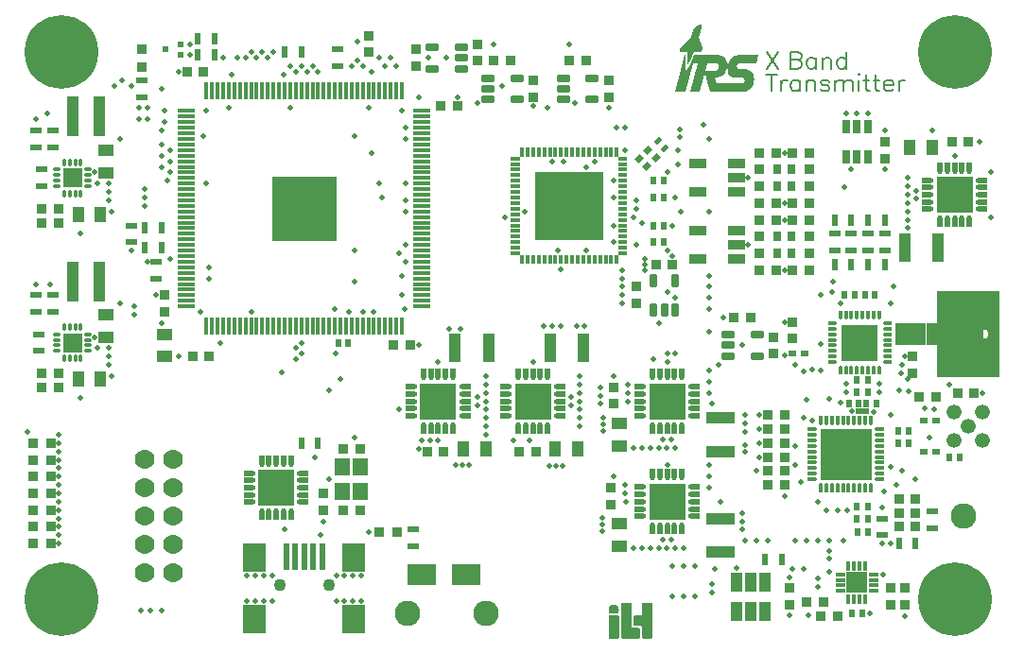
<source format=gts>
%FSLAX46Y46*%
%MOMM*%
%ADD13C,0.200000*%
%AMPS21*
1,1,1.326200,0.000000,0.000000*
%
%ADD21PS21*%
%AMPS25*
1,1,2.276200,0.000000,0.000000*
%
%ADD25PS25*%
%AMPS103*
1,1,1.776200,0.000000,0.000000*
%
%ADD103PS103*%
%AMPS101*
1,1,1.776200,0.000000,0.000000*
%
%ADD101PS101*%
%AMPS14*
1,1,2.276200,0.000000,0.000000*
%
%ADD14PS14*%
%AMPS102*
1,1,1.776200,0.000000,0.000000*
%
%ADD102PS102*%
%AMPS22*
1,1,1.326200,0.000000,0.000000*
%
%ADD22PS22*%
%AMPS99*
1,1,1.776200,0.000000,0.000000*
%
%ADD99PS99*%
%AMPS20*
1,1,1.326200,0.000000,0.000000*
%
%ADD20PS20*%
%AMPS100*
1,1,1.776200,0.000000,0.000000*
%
%ADD100PS100*%
%AMPS84*
21,1,1.476200,1.276200,0.000000,0.000000,270.000000*
%
%ADD84PS84*%
%AMPS31*
21,1,1.076200,2.576200,0.000000,0.000000,0.000000*
%
%ADD31PS31*%
%AMPS73*
21,1,1.076200,2.576200,0.000000,0.000000,180.000000*
%
%ADD73PS73*%
%AMPS67*
21,1,1.076200,2.576200,0.000000,0.000000,270.000000*
%
%ADD67PS67*%
%AMPS47*
21,1,1.056200,3.476200,0.000000,0.000000,0.000000*
%
%ADD47PS47*%
%AMPS69*
21,1,2.576200,1.876200,0.000000,0.000000,180.000000*
%
%ADD69PS69*%
%AMPS83*
21,1,0.586200,0.476200,0.000000,0.000000,180.000000*
%
%ADD83PS83*%
%AMPS72*
21,1,0.966200,1.676200,0.000000,0.000000,0.000000*
%
%ADD72PS72*%
%AMPS71*
21,1,0.966200,1.676200,0.000000,0.000000,180.000000*
%
%ADD71PS71*%
%AMPS86*
21,1,0.326200,1.526200,0.000000,0.000000,0.000000*
%
%ADD86PS86*%
%AMPS87*
21,1,0.326200,1.526200,0.000000,0.000000,90.000000*
%
%ADD87PS87*%
%AMPS89*
21,1,0.326200,1.526200,0.000000,0.000000,180.000000*
%
%ADD89PS89*%
%AMPS88*
21,1,0.326200,1.526200,0.000000,0.000000,270.000000*
%
%ADD88PS88*%
%AMPS74*
21,1,0.701200,0.926200,0.000000,0.000000,0.000000*
%
%ADD74PS74*%
%AMPS85*
21,1,0.701200,0.926200,0.000000,0.000000,180.000000*
%
%ADD85PS85*%
%AMPS95*
21,1,0.356200,0.762200,0.000000,0.000000,0.000000*
%
%ADD95PS95*%
%AMPS92*
21,1,0.356200,0.762200,0.000000,0.000000,90.000000*
%
%ADD92PS92*%
%AMPS94*
21,1,0.356200,0.762200,0.000000,0.000000,180.000000*
%
%ADD94PS94*%
%AMPS93*
21,1,0.356200,0.762200,0.000000,0.000000,270.000000*
%
%ADD93PS93*%
%AMPS65*
21,1,0.436200,0.786200,0.000000,0.000000,270.000000*
%
%ADD65PS65*%
%AMPS91*
21,1,0.676200,0.576200,0.000000,0.000000,45.000000*
%
%ADD91PS91*%
%AMPS56*
21,1,0.676200,0.576200,0.000000,0.000000,90.000000*
%
%ADD56PS56*%
%AMPS68*
21,1,0.676200,0.576200,0.000000,0.000000,180.000000*
%
%ADD68PS68*%
%AMPS82*
21,1,0.676200,0.576200,0.000000,0.000000,225.000000*
%
%ADD82PS82*%
%AMPS78*
21,1,0.676200,0.576200,0.000000,0.000000,270.000000*
%
%ADD78PS78*%
%AMPS32*
21,1,0.576200,0.976200,0.000000,0.000000,0.000000*
%
%ADD32PS32*%
%AMPS24*
21,1,0.576200,0.976200,0.000000,0.000000,90.000000*
%
%ADD24PS24*%
%AMPS23*
21,1,0.576200,0.976200,0.000000,0.000000,180.000000*
%
%ADD23PS23*%
%AMPS30*
21,1,0.576200,0.976200,0.000000,0.000000,270.000000*
%
%ADD30PS30*%
%AMPS81*
21,1,2.376200,0.576200,0.000000,0.000000,90.000000*
%
%ADD81PS81*%
%AMPS62*
21,1,0.436200,1.076200,0.000000,0.000000,270.000000*
%
%ADD62PS62*%
%AMPS52*
21,1,1.826200,1.826200,0.000000,0.000000,90.000000*
%
%ADD52PS52*%
%AMPS26*
21,1,0.876200,0.826200,0.000000,0.000000,0.000000*
%
%ADD26PS26*%
%AMPS40*
21,1,0.876200,0.826200,0.000000,0.000000,90.000000*
%
%ADD40PS40*%
%AMPS33*
21,1,0.876200,0.826200,0.000000,0.000000,180.000000*
%
%ADD33PS33*%
%AMPS39*
21,1,0.876200,0.826200,0.000000,0.000000,270.000000*
%
%ADD39PS39*%
%AMPS63*
21,1,0.436200,1.141200,0.000000,0.000000,270.000000*
%
%ADD63PS63*%
%AMPS64*
21,1,1.856200,0.486200,0.000000,0.000000,270.000000*
%
%ADD64PS64*%
%AMPS76*
21,1,0.676200,1.176200,0.000000,0.000000,0.000000*
%
%ADD76PS76*%
%AMPS75*
21,1,0.676200,1.176200,0.000000,0.000000,180.000000*
%
%ADD75PS75*%
%AMPS34*
21,1,1.076200,1.326200,0.000000,0.000000,0.000000*
%
%ADD34PS34*%
%AMPS98*
21,1,1.076200,1.326200,0.000000,0.000000,180.000000*
%
%ADD98PS98*%
%AMPS46*
21,1,1.076200,1.326200,0.000000,0.000000,270.000000*
%
%ADD46PS46*%
%AMPS27*
21,1,0.876200,0.876200,0.000000,0.000000,0.000000*
%
%ADD27PS27*%
%AMPS53*
21,1,0.876200,0.876200,0.000000,0.000000,180.000000*
%
%ADD53PS53*%
%AMPS70*
21,1,0.876200,0.876200,0.000000,0.000000,270.000000*
%
%ADD70PS70*%
%AMPS80*
21,1,2.576200,2.076200,0.000000,0.000000,90.000000*
%
%ADD80PS80*%
%AMPS35*
21,1,0.836200,1.476200,0.000000,0.000000,90.000000*
%
%ADD35PS35*%
%AMPS36*
21,1,0.836200,1.476200,0.000000,0.000000,270.000000*
%
%ADD36PS36*%
%AMPS29*
21,1,0.476200,0.676200,0.000000,0.000000,0.000000*
%
%ADD29PS29*%
%AMPS97*
21,1,0.476200,0.676200,0.000000,0.000000,135.000000*
%
%ADD97PS97*%
%AMPS28*
21,1,0.476200,0.676200,0.000000,0.000000,180.000000*
%
%ADD28PS28*%
%AMPS113*
1,1,0.480000,0.000000,0.000000*
%
%ADD113PS113*%
%AMPS121*
1,1,0.434000,0.000000,0.000000*
%
%ADD121PS121*%
%AMPS117*
1,1,0.434000,0.000000,0.000000*
%
%ADD117PS117*%
%AMPS112*
1,1,0.480000,0.000000,0.000000*
%
%ADD112PS112*%
%AMPS119*
1,1,0.434000,0.000000,0.000000*
%
%ADD119PS119*%
%AMPS118*
1,1,0.440000,0.000000,0.000000*
%
%ADD118PS118*%
%AMPS109*
1,1,0.434000,0.000000,0.000000*
%
%ADD109PS109*%
%AMPS114*
1,1,0.480000,0.000000,0.000000*
%
%ADD114PS114*%
%AMPS116*
1,1,0.434000,0.000000,0.000000*
%
%ADD116PS116*%
%AMPS110*
1,1,0.480000,0.000000,0.000000*
%
%ADD110PS110*%
%AMPS115*
1,1,0.480000,0.000000,0.000000*
%
%ADD115PS115*%
%AMPS120*
1,1,0.434000,0.000000,0.000000*
%
%ADD120PS120*%
%AMPS111*
1,1,0.480000,0.000000,0.000000*
%
%ADD111PS111*%
%AMPS61*
21,1,4.576200,4.576200,0.000000,0.000000,90.000000*
%
%ADD61PS61*%
%AMPS79*
1,1,1.100000,0.000000,0.000000*
%
%ADD79PS79*%
%AMPS45*
1,1,0.176200,0.800000,0.800000*
1,1,0.176200,-0.800000,-0.800000*
1,1,0.176200,0.800000,-0.800000*
1,1,0.176200,-0.800000,0.800000*
21,1,1.776200,1.600000,0.000000,0.000000,270.000000*
21,1,1.600000,1.776200,0.000000,0.000000,270.000000*
%
%ADD45PS45*%
%AMPS43*
1,1,0.176200,-0.075000,0.250000*
1,1,0.176200,0.075000,-0.250000*
1,1,0.176200,0.075000,0.250000*
1,1,0.176200,-0.075000,-0.250000*
21,1,0.326200,0.500000,0.000000,0.000000,0.000000*
21,1,0.150000,0.676200,0.000000,0.000000,0.000000*
%
%ADD43PS43*%
%AMPS42*
1,1,0.176200,-0.250000,-0.075000*
1,1,0.176200,0.250000,0.075000*
1,1,0.176200,-0.250000,0.075000*
1,1,0.176200,0.250000,-0.075000*
21,1,0.326200,0.500000,0.000000,0.000000,90.000000*
21,1,0.150000,0.676200,0.000000,0.000000,90.000000*
%
%ADD42PS42*%
%AMPS41*
1,1,0.176200,0.075000,-0.250000*
1,1,0.176200,-0.075000,0.250000*
1,1,0.176200,-0.075000,-0.250000*
1,1,0.176200,0.075000,0.250000*
21,1,0.326200,0.500000,0.000000,0.000000,180.000000*
21,1,0.150000,0.676200,0.000000,0.000000,180.000000*
%
%ADD41PS41*%
%AMPS44*
1,1,0.176200,0.250000,0.075000*
1,1,0.176200,-0.250000,-0.075000*
1,1,0.176200,0.250000,-0.075000*
1,1,0.176200,-0.250000,0.075000*
21,1,0.326200,0.500000,0.000000,0.000000,270.000000*
21,1,0.150000,0.676200,0.000000,0.000000,270.000000*
%
%ADD44PS44*%
%AMPS55*
1,1,0.176200,-0.250000,0.500000*
1,1,0.176200,0.250000,-0.500000*
1,1,0.176200,0.250000,0.500000*
1,1,0.176200,-0.250000,-0.500000*
21,1,0.676200,1.000000,0.000000,0.000000,0.000000*
21,1,0.500000,1.176200,0.000000,0.000000,0.000000*
%
%ADD55PS55*%
%AMPS38*
1,1,0.176200,-0.500000,-0.250000*
1,1,0.176200,0.500000,0.250000*
1,1,0.176200,-0.500000,0.250000*
1,1,0.176200,0.500000,-0.250000*
21,1,0.676200,1.000000,0.000000,0.000000,90.000000*
21,1,0.500000,1.176200,0.000000,0.000000,90.000000*
%
%ADD38PS38*%
%AMPS54*
1,1,0.176200,0.250000,-0.500000*
1,1,0.176200,-0.250000,0.500000*
1,1,0.176200,-0.250000,-0.500000*
1,1,0.176200,0.250000,0.500000*
21,1,0.676200,1.000000,0.000000,0.000000,180.000000*
21,1,0.500000,1.176200,0.000000,0.000000,180.000000*
%
%ADD54PS54*%
%AMPS37*
1,1,0.176200,0.500000,0.250000*
1,1,0.176200,-0.500000,-0.250000*
1,1,0.176200,0.500000,-0.250000*
1,1,0.176200,-0.500000,0.250000*
21,1,0.676200,1.000000,0.000000,0.000000,270.000000*
21,1,0.500000,1.176200,0.000000,0.000000,270.000000*
%
%ADD37PS37*%
%AMPS12*
1,1,6.600000,0.000000,0.000000*
%
%ADD12PS12*%
%AMPS10*
1,1,6.600000,0.000000,0.000000*
%
%ADD10PS10*%
%AMPS11*
1,1,6.600000,0.000000,0.000000*
%
%ADD11PS11*%
%AMPS90*
21,1,5.776200,5.776200,0.000000,0.000000,90.000000*
%
%ADD90PS90*%
%AMPS108*
21,1,3.300000,3.300000,0.000000,0.000000,180.000000*
%
%ADD108PS108*%
%AMPS96*
21,1,6.076200,6.076200,0.000000,0.000000,270.000000*
%
%ADD96PS96*%
%AMPS104*
1,1,0.356200,0.000000,0.210000*
21,1,0.356200,0.598100,0.000000,-0.089050,0.000000*
%
%ADD104PS104*%
%AMPS106*
1,1,0.356200,-0.210000,0.000000*
21,1,0.356200,0.598100,0.000000,-0.089050,90.000000*
%
%ADD106PS106*%
%AMPS105*
1,1,0.356200,0.000000,-0.210000*
21,1,0.356200,0.598100,0.000000,-0.089050,180.000000*
%
%ADD105PS105*%
%AMPS107*
1,1,0.356200,0.210000,0.000000*
21,1,0.356200,0.598100,0.000000,-0.089050,270.000000*
%
%ADD107PS107*%
%AMPS48*
1,1,0.376200,0.000000,0.250000*
21,1,0.376200,0.688100,0.000000,-0.094050,0.000000*
%
%ADD48PS48*%
%AMPS51*
1,1,0.376200,-0.250000,0.000000*
21,1,0.376200,0.688100,0.000000,-0.094050,90.000000*
%
%ADD51PS51*%
%AMPS50*
1,1,0.376200,0.000000,-0.250000*
21,1,0.376200,0.688100,0.000000,-0.094050,180.000000*
%
%ADD50PS50*%
%AMPS49*
1,1,0.376200,0.250000,0.000000*
21,1,0.376200,0.688100,0.000000,-0.094050,270.000000*
%
%ADD49PS49*%
%AMPS17*
1,1,0.426200,0.000000,0.325000*
21,1,0.426200,0.863100,0.000000,-0.106550,0.000000*
%
%ADD17PS17*%
%AMPS18*
1,1,0.426200,-0.325000,0.000000*
21,1,0.426200,0.863100,0.000000,-0.106550,90.000000*
%
%ADD18PS18*%
%AMPS16*
1,1,0.426200,0.000000,-0.325000*
21,1,0.426200,0.863100,0.000000,-0.106550,180.000000*
%
%ADD16PS16*%
%AMPS15*
1,1,0.426200,0.325000,0.000000*
21,1,0.426200,0.863100,0.000000,-0.106550,270.000000*
%
%ADD15PS15*%
%AMPS57*
1,1,0.356200,0.000000,0.285000*
21,1,0.356200,0.748100,0.000000,-0.089050,0.000000*
%
%ADD57PS57*%
%AMPS58*
1,1,0.356200,-0.285000,0.000000*
21,1,0.356200,0.748100,0.000000,-0.089050,90.000000*
%
%ADD58PS58*%
%AMPS59*
1,1,0.356200,0.000000,-0.285000*
21,1,0.356200,0.748100,0.000000,-0.089050,180.000000*
%
%ADD59PS59*%
%AMPS60*
1,1,0.356200,0.285000,0.000000*
21,1,0.356200,0.748100,0.000000,-0.089050,270.000000*
%
%ADD60PS60*%
%AMPS19*
21,1,3.226200,3.226200,0.000000,0.000000,90.000000*
%
%ADD19PS19*%
%AMPS77*
21,1,3.226200,3.226200,0.000000,0.000000,180.000000*
%
%ADD77PS77*%
%AMPS66*
21,1,3.226200,3.226200,0.000000,0.000000,270.000000*
%
%ADD66PS66*%
G01*
%LPD*%
G36*
X52157925Y532815D02*
X52134016Y568443D01*
X52125110Y612510D01*
X52125110Y3575301D01*
X52134016Y3618899D01*
X52157925Y3654996D01*
X52193554Y3678905D01*
X52237620Y3687812D01*
X52950190Y3687812D01*
X52994257Y3678905D01*
X53029886Y3654996D01*
X53053795Y3618899D01*
X53062701Y3575301D01*
X53062701Y1550102D01*
X53071609Y1506036D01*
X53095518Y1470407D01*
X53131146Y1446498D01*
X53175213Y1437591D01*
X53700264Y1437591D01*
X53744331Y1428684D01*
X53779959Y1404775D01*
X53803868Y1368678D01*
X53812775Y1325080D01*
X53812775Y612510D01*
X53803868Y568443D01*
X53779959Y532815D01*
X53744331Y508906D01*
X53700264Y500000D01*
X52237620Y500000D01*
X52193554Y508906D01*
X52157925Y532815D01*
D02*
G37*
%LPD*%
G36*
X62370000Y50749000D02*
X62172000Y50778000D01*
X62000000Y50841000D01*
X61896000Y50915000D01*
X61804000Y51014000D01*
X61745000Y51114000D01*
X61704000Y51235000D01*
X61669000Y51439000D01*
X61674000Y51700000D01*
X61713000Y51906000D01*
X61782000Y52120000D01*
X61871000Y52283000D01*
X61978000Y52431000D01*
X62169000Y52596000D01*
X62328000Y52675000D01*
X62491000Y52724000D01*
X62675000Y52744000D01*
X63527000Y52744000D01*
X64380000Y52744000D01*
X64310000Y52389000D01*
X64241000Y52034000D01*
X63574000Y52034000D01*
X62907000Y52034000D01*
X62780000Y52033000D01*
X62668000Y52018000D01*
X62592000Y51977000D01*
X62538000Y51918000D01*
X62504000Y51847000D01*
X62493000Y51757000D01*
X62517000Y51631000D01*
X62572000Y51556000D01*
X62643000Y51516000D01*
X62756000Y51496000D01*
X62986000Y51489000D01*
X63215000Y51482000D01*
X63360000Y51472000D01*
X63516000Y51438000D01*
X63671000Y51375000D01*
X63810000Y51273000D01*
X63902000Y51165000D01*
X63976000Y51024000D01*
X64029000Y50837000D01*
X64049000Y50591000D01*
X64034000Y50379000D01*
X63988000Y50191000D01*
X63915000Y50017000D01*
X63819000Y49872000D01*
X63707000Y49749000D01*
X63585000Y49647000D01*
X63306000Y49509000D01*
X63000000Y49465000D01*
X61553000Y49465000D01*
X60105000Y49465000D01*
X59879000Y50322000D01*
X59653000Y51180000D01*
X59673000Y51251000D01*
X59693000Y51323000D01*
X60020000Y51323000D01*
X60348000Y51323000D01*
X60571000Y51341000D01*
X60688000Y51384000D01*
X60734000Y51424000D01*
X60783000Y51497000D01*
X60823000Y51592000D01*
X60850000Y51691000D01*
X60863000Y51780000D01*
X60861000Y51860000D01*
X60837000Y51933000D01*
X60798000Y51982000D01*
X60752000Y52015000D01*
X60671000Y52034000D01*
X60254000Y52034000D01*
X59836000Y52034000D01*
X59498000Y50750000D01*
X59159000Y49465000D01*
X58303000Y49465000D01*
X58637000Y50750000D01*
X58972000Y52034000D01*
X58780000Y52034000D01*
X58588000Y52034000D01*
X58250000Y50750000D01*
X57911000Y49465000D01*
X56973000Y49465000D01*
X57409000Y51105000D01*
X57846000Y52744000D01*
X57870000Y52744000D01*
X57895000Y52744000D01*
X57895000Y51949000D01*
X57895000Y51153000D01*
X58290000Y51949000D01*
X58686000Y52744000D01*
X59763000Y52744000D01*
X60841000Y52744000D01*
X61123000Y52710000D01*
X61354000Y52601000D01*
X61470000Y52490000D01*
X61563000Y52311000D01*
X61615000Y52105000D01*
X61623000Y51897000D01*
X61597000Y51640000D01*
X61544000Y51414000D01*
X61449000Y51201000D01*
X61351000Y51058000D01*
X61202000Y50921000D01*
X61037000Y50823000D01*
X60706000Y50711000D01*
X60546000Y50680000D01*
X60611000Y50456000D01*
X60676000Y50232000D01*
X61797000Y50232000D01*
X62917000Y50232000D01*
X62989000Y50233000D01*
X63068000Y50248000D01*
X63116000Y50279000D01*
X63156000Y50325000D01*
X63182000Y50401000D01*
X63190000Y50493000D01*
X63181000Y50564000D01*
X63154000Y50637000D01*
X63094000Y50697000D01*
X63031000Y50722000D01*
X62969000Y50734000D01*
X62883000Y50741000D01*
X62711000Y50741000D01*
X62370000Y50749000D01*
D02*
G37*
%LPD*%
G36*
X59430000Y53480000D02*
X59271000Y53901000D01*
X59112000Y54322000D01*
X59234000Y54831000D01*
X59304000Y55229000D01*
X59315000Y55401000D01*
X59300000Y55531000D01*
X59161000Y55495000D01*
X59014000Y55433000D01*
X58828000Y55306000D01*
X58679000Y55139000D01*
X58509000Y54744000D01*
X58376000Y54322000D01*
X57960000Y53930000D01*
X57543000Y53538000D01*
X57468000Y53443000D01*
X57414000Y53314000D01*
X57378000Y53192000D01*
X57354000Y53116000D01*
X57356000Y53078000D01*
X57387000Y53056000D01*
X57735000Y53056000D01*
X58082000Y53056000D01*
X58082000Y52467000D01*
X58082000Y51879000D01*
X58372000Y52468000D01*
X58662000Y53056000D01*
X59005000Y53056000D01*
X59348000Y53056000D01*
X59389000Y53268000D01*
X59430000Y53480000D01*
D02*
G37*
%LPD*%
G36*
X51904775Y532815D02*
X51869147Y508906D01*
X51825080Y500000D01*
X51112510Y500000D01*
X51068443Y508906D01*
X51032815Y532815D01*
X51008906Y568443D01*
X51000000Y612510D01*
X51000000Y2450190D01*
X51008906Y2493788D01*
X51032815Y2529886D01*
X51068443Y2553795D01*
X51112510Y2562701D01*
X51290653Y2562701D01*
X51468795Y2562701D01*
X51646938Y2562701D01*
X51825080Y2562701D01*
X51869147Y2553795D01*
X51904775Y2529886D01*
X51928684Y2493788D01*
X51937591Y2450190D01*
X51937591Y612510D01*
X51928684Y568443D01*
X51904775Y532815D01*
D02*
G37*
%LPD*%
G36*
X80500000Y26750000D02*
X79500000Y26750000D01*
X79500000Y28750000D01*
X80500000Y28750000D01*
X80500000Y26750000D01*
D02*
G37*
%LPD*%
G36*
X51645063Y3516233D02*
X51558335Y3542016D01*
X51468795Y3550455D01*
X51379255Y3542016D01*
X51292528Y3516233D01*
X51210957Y3473104D01*
X51137356Y3413098D01*
X51077351Y3339496D01*
X51034221Y3257926D01*
X51008437Y3171199D01*
X51000000Y3081658D01*
X51008437Y2992119D01*
X51034221Y2905392D01*
X51077351Y2823821D01*
X51137356Y2750220D01*
X51800234Y2750220D01*
X51860239Y2823821D01*
X51903369Y2905392D01*
X51929153Y2992119D01*
X51937591Y3081658D01*
X51929153Y3171199D01*
X51903369Y3257926D01*
X51860239Y3339496D01*
X51800234Y3413098D01*
X51726633Y3473104D01*
X51645063Y3516233D01*
D02*
G37*
%LPD*%
G36*
X74325000Y20575000D02*
X73175000Y20575000D01*
X73175000Y21100000D01*
X74325000Y21100000D01*
X74325000Y20575000D01*
D02*
G37*
%LPD*%
G36*
X54928978Y568443D02*
X54937886Y612510D01*
X54937886Y3575301D01*
X54928978Y3618899D01*
X54905070Y3654996D01*
X54869441Y3678905D01*
X54825374Y3687812D01*
X54112804Y3687812D01*
X54068738Y3678905D01*
X54033109Y3654996D01*
X54009201Y3618899D01*
X54000293Y3575301D01*
X54000293Y2675213D01*
X53991386Y2631146D01*
X53967478Y2595518D01*
X53931849Y2571609D01*
X53887783Y2562701D01*
X53362731Y2562701D01*
X53318664Y2553795D01*
X53283036Y2529886D01*
X53259127Y2493788D01*
X53250220Y2450190D01*
X53250220Y1737620D01*
X53259127Y1693554D01*
X53283036Y1657925D01*
X53318664Y1634016D01*
X53362731Y1625110D01*
X53493994Y1625110D01*
X53625256Y1625110D01*
X53756520Y1625110D01*
X53887783Y1625110D01*
X53931849Y1616202D01*
X53967478Y1592294D01*
X53991386Y1556196D01*
X54000293Y1512598D01*
X54000293Y612510D01*
X54009201Y568443D01*
X54033109Y532815D01*
X54068738Y508906D01*
X54112804Y500000D01*
X54825374Y500000D01*
X54869441Y508906D01*
X54905070Y532815D01*
X54928978Y568443D01*
D02*
G37*
%LPD*%
G36*
X80460000Y23890000D02*
X80460000Y31610000D01*
X86000000Y31610000D01*
X86000000Y27950000D01*
X84900000Y27950000D01*
X84900000Y28150000D01*
X84600000Y28150000D01*
X84600000Y27350000D01*
X84900000Y27350000D01*
X84900000Y27550000D01*
X86000000Y27550000D01*
X86000000Y23890000D01*
X80460000Y23890000D01*
D02*
G37*
%LPD*%
G36*
X76655000Y26760000D02*
X76655000Y28740000D01*
X79395000Y28740000D01*
X79395000Y26760000D01*
X76655000Y26760000D01*
D02*
G37*
G01*
%LPD*%
D13*
X65571428Y49535716D02*
X65571428Y51035716D01*
D13*
X66071428Y51035716D02*
X65071428Y51035716D01*
D13*
X66428572Y49535716D02*
X66428572Y50535716D01*
D13*
X66500000Y50321428D02*
X66428572Y50107144D01*
D13*
X66642856Y50464284D02*
X66500000Y50321428D01*
D13*
X66785716Y50535716D02*
X66642856Y50464284D01*
D13*
X67000000Y50535716D02*
X66785716Y50535716D01*
D13*
X68142856Y49535716D02*
X68142856Y50535716D01*
D13*
X68000000Y50464284D02*
X68142856Y50321428D01*
D13*
X67857144Y50535716D02*
X68000000Y50464284D01*
D13*
X67642856Y50535716D02*
X67857144Y50535716D01*
D13*
X67500000Y50464284D02*
X67642856Y50535716D01*
D13*
X67357144Y50321428D02*
X67500000Y50464284D01*
D13*
X67285712Y50107144D02*
X67357144Y50321428D01*
D13*
X67285712Y49964284D02*
X67285712Y50107144D01*
D13*
X67357144Y49750000D02*
X67285712Y49964284D01*
D13*
X67500000Y49607144D02*
X67357144Y49750000D01*
D13*
X67642856Y49535716D02*
X67500000Y49607144D01*
D13*
X67857144Y49535716D02*
X67642856Y49535716D01*
D13*
X68000000Y49607144D02*
X67857144Y49535716D01*
D13*
X68142856Y49750000D02*
X68000000Y49607144D01*
D13*
X68714288Y49535716D02*
X68714288Y50535716D01*
D13*
X68928568Y50464284D02*
X68714288Y50250000D01*
D13*
X69071432Y50535716D02*
X68928568Y50464284D01*
D13*
X69285712Y50535716D02*
X69071432Y50535716D01*
D13*
X69428568Y50464284D02*
X69285712Y50535716D01*
D13*
X69500000Y50250000D02*
X69428568Y50464284D01*
D13*
X69500000Y49535716D02*
X69500000Y50250000D01*
D13*
X70714288Y50464284D02*
X70785712Y50321428D01*
D13*
X70500000Y50535716D02*
X70714288Y50464284D01*
D13*
X70285712Y50535716D02*
X70500000Y50535716D01*
D13*
X70071432Y50464284D02*
X70285712Y50535716D01*
D13*
X70000000Y50321428D02*
X70071432Y50464284D01*
D13*
X70071432Y50178572D02*
X70000000Y50321428D01*
D13*
X70214288Y50107144D02*
X70071432Y50178572D01*
D13*
X70571432Y50035716D02*
X70214288Y50107144D01*
D13*
X70714288Y49964284D02*
X70571432Y50035716D01*
D13*
X70785712Y49821428D02*
X70714288Y49964284D01*
D13*
X70785712Y49750000D02*
X70785712Y49821428D01*
D13*
X70714288Y49607144D02*
X70785712Y49750000D01*
D13*
X70500000Y49535716D02*
X70714288Y49607144D01*
D13*
X70285712Y49535716D02*
X70500000Y49535716D01*
D13*
X70071432Y49607144D02*
X70285712Y49535716D01*
D13*
X70000000Y49750000D02*
X70071432Y49607144D01*
D13*
X71285712Y49535716D02*
X71285712Y50535716D01*
D13*
X71500000Y50464284D02*
X71285712Y50250000D01*
D13*
X71642856Y50535716D02*
X71500000Y50464284D01*
D13*
X71857144Y50535716D02*
X71642856Y50535716D01*
D13*
X72000000Y50464284D02*
X71857144Y50535716D01*
D13*
X72071432Y50250000D02*
X72000000Y50464284D01*
D13*
X72071432Y49535716D02*
X72071432Y50250000D01*
D13*
X72285712Y50464284D02*
X72071432Y50250000D01*
D13*
X72428568Y50535716D02*
X72285712Y50464284D01*
D13*
X72642856Y50535716D02*
X72428568Y50535716D01*
D13*
X72785712Y50464284D02*
X72642856Y50535716D01*
D13*
X72857144Y50250000D02*
X72785712Y50464284D01*
D13*
X72857144Y49535716D02*
X72857144Y50250000D01*
D13*
X73428568Y50964284D02*
X73357144Y51035716D01*
D13*
X73500000Y51035716D02*
X73428568Y50964284D01*
D13*
X73428568Y51107144D02*
X73500000Y51035716D01*
D13*
X73357144Y51035716D02*
X73428568Y51107144D01*
D13*
X73428568Y49535716D02*
X73428568Y50535716D01*
D13*
X74071424Y49821428D02*
X74071424Y51035716D01*
D13*
X74142856Y49607144D02*
X74071424Y49821428D01*
D13*
X74285712Y49535716D02*
X74142856Y49607144D01*
D13*
X74428568Y49535716D02*
X74285712Y49535716D01*
D13*
X74357144Y50535716D02*
X73857144Y50535716D01*
D13*
X74928568Y49821428D02*
X74928568Y51035716D01*
D13*
X75000000Y49607144D02*
X74928568Y49821428D01*
D13*
X75142856Y49535716D02*
X75000000Y49607144D01*
D13*
X75285712Y49535716D02*
X75142856Y49535716D01*
D13*
X75214288Y50535716D02*
X74714288Y50535716D01*
D13*
X76500000Y50107144D02*
X75642856Y50107144D01*
D13*
X76500000Y50250000D02*
X76500000Y50107144D01*
D13*
X76428568Y50392856D02*
X76500000Y50250000D01*
D13*
X76357144Y50464284D02*
X76428568Y50392856D01*
D13*
X76214288Y50535716D02*
X76357144Y50464284D01*
D13*
X76000000Y50535716D02*
X76214288Y50535716D01*
D13*
X75857144Y50464284D02*
X76000000Y50535716D01*
D13*
X75714288Y50321428D02*
X75857144Y50464284D01*
D13*
X75642856Y50107144D02*
X75714288Y50321428D01*
D13*
X75642856Y49964284D02*
X75642856Y50107144D01*
D13*
X75714288Y49750000D02*
X75642856Y49964284D01*
D13*
X75857144Y49607144D02*
X75714288Y49750000D01*
D13*
X76000000Y49535716D02*
X75857144Y49607144D01*
D13*
X76214288Y49535716D02*
X76000000Y49535716D01*
D13*
X76357144Y49607144D02*
X76214288Y49535716D01*
D13*
X76500000Y49750000D02*
X76357144Y49607144D01*
D13*
X77000000Y49535716D02*
X77000000Y50535716D01*
D13*
X77071424Y50321428D02*
X77000000Y50107144D01*
D13*
X77214288Y50464284D02*
X77071424Y50321428D01*
D13*
X77357144Y50535716D02*
X77214288Y50464284D01*
D13*
X77571424Y50535716D02*
X77357144Y50535716D01*
D13*
X66214284Y51535716D02*
X65214284Y53035716D01*
D13*
X65214284Y51535716D02*
X66214284Y53035716D01*
D13*
X67285712Y51535716D02*
X67285712Y53035716D01*
D13*
X67928568Y53035716D02*
X67285712Y53035716D01*
D13*
X68142856Y52964284D02*
X67928568Y53035716D01*
D13*
X68214288Y52892856D02*
X68142856Y52964284D01*
D13*
X68285712Y52750000D02*
X68214288Y52892856D01*
D13*
X68285712Y52607144D02*
X68285712Y52750000D01*
D13*
X68214288Y52464284D02*
X68285712Y52607144D01*
D13*
X68142856Y52392856D02*
X68214288Y52464284D01*
D13*
X67928568Y52321428D02*
X68142856Y52392856D01*
D13*
X67928568Y52321428D02*
X67285712Y52321428D01*
D13*
X68142856Y52250000D02*
X67928568Y52321428D01*
D13*
X68214288Y52178572D02*
X68142856Y52250000D01*
D13*
X68285712Y52035716D02*
X68214288Y52178572D01*
D13*
X68285712Y51821428D02*
X68285712Y52035716D01*
D13*
X68214288Y51678572D02*
X68285712Y51821428D01*
D13*
X68142856Y51607144D02*
X68214288Y51678572D01*
D13*
X67928568Y51535716D02*
X68142856Y51607144D01*
D13*
X67285712Y51535716D02*
X67928568Y51535716D01*
D13*
X69571432Y51535716D02*
X69571432Y52535716D01*
D13*
X69428568Y52464284D02*
X69571432Y52321428D01*
D13*
X69285712Y52535716D02*
X69428568Y52464284D01*
D13*
X69071432Y52535716D02*
X69285712Y52535716D01*
D13*
X68928568Y52464284D02*
X69071432Y52535716D01*
D13*
X68785712Y52321428D02*
X68928568Y52464284D01*
D13*
X68714288Y52107144D02*
X68785712Y52321428D01*
D13*
X68714288Y51964284D02*
X68714288Y52107144D01*
D13*
X68785712Y51750000D02*
X68714288Y51964284D01*
D13*
X68928568Y51607144D02*
X68785712Y51750000D01*
D13*
X69071432Y51535716D02*
X68928568Y51607144D01*
D13*
X69285712Y51535716D02*
X69071432Y51535716D01*
D13*
X69428568Y51607144D02*
X69285712Y51535716D01*
D13*
X69571432Y51750000D02*
X69428568Y51607144D01*
D13*
X70142856Y51535716D02*
X70142856Y52535716D01*
D13*
X70357144Y52464284D02*
X70142856Y52250000D01*
D13*
X70500000Y52535716D02*
X70357144Y52464284D01*
D13*
X70714288Y52535716D02*
X70500000Y52535716D01*
D13*
X70857144Y52464284D02*
X70714288Y52535716D01*
D13*
X70928568Y52250000D02*
X70857144Y52464284D01*
D13*
X70928568Y51535716D02*
X70928568Y52250000D01*
D13*
X72285712Y51535716D02*
X72285712Y53035716D01*
D13*
X72142856Y52464284D02*
X72285712Y52321428D01*
D13*
X72000000Y52535716D02*
X72142856Y52464284D01*
D13*
X71785712Y52535716D02*
X72000000Y52535716D01*
D13*
X71642856Y52464284D02*
X71785712Y52535716D01*
D13*
X71500000Y52321428D02*
X71642856Y52464284D01*
D13*
X71428568Y52107144D02*
X71500000Y52321428D01*
D13*
X71428568Y51964284D02*
X71428568Y52107144D01*
D13*
X71500000Y51750000D02*
X71428568Y51964284D01*
D13*
X71642856Y51607144D02*
X71500000Y51750000D01*
D13*
X71785712Y51535716D02*
X71642856Y51607144D01*
D13*
X72000000Y51535716D02*
X71785712Y51535716D01*
D13*
X72142856Y51607144D02*
X72000000Y51535716D01*
D13*
X72285712Y51750000D02*
X72142856Y51607144D01*
D10*
X82000000Y53000000D03*
D11*
X82000000Y4000000D03*
D11*
X2000000Y4000000D03*
D12*
X2000000Y53000000D03*
D14*
X82750000Y11500000D03*
D15*
X79600000Y40900000D03*
D16*
X83300000Y42650000D03*
D16*
X80700000Y42650000D03*
D17*
X83300000Y37850000D03*
D15*
X79600000Y39600000D03*
D16*
X81350000Y42650000D03*
D18*
X84400000Y38950000D03*
D18*
X84400000Y40900000D03*
D17*
X81350000Y37850000D03*
D18*
X84400000Y39600000D03*
D18*
X84400000Y41550000D03*
D15*
X79600000Y40250000D03*
D18*
X84400000Y40250000D03*
D17*
X82650000Y37850000D03*
D15*
X79600000Y41550000D03*
D17*
X80700000Y37850000D03*
D19*
X82000000Y40250000D03*
D17*
X82000000Y37850000D03*
D15*
X79600000Y38950000D03*
D16*
X82650000Y42650000D03*
D16*
X82000000Y42650000D03*
D20*
X84520000Y18230000D03*
D20*
X81980000Y18230000D03*
D21*
X81980000Y20770000D03*
D22*
X83250000Y19500000D03*
D21*
X84520000Y20770000D03*
D23*
X15750000Y54250000D03*
D23*
X14250000Y54250000D03*
D24*
X75750000Y35250000D03*
D24*
X75750000Y36750000D03*
D25*
X40000000Y2750000D03*
D26*
X33250000Y26750000D03*
D26*
X31750000Y26750000D03*
D27*
X-550000Y10500000D03*
D27*
X1050000Y10500000D03*
D28*
X73050000Y31250000D03*
D28*
X72150000Y31250000D03*
D26*
X83250000Y45000000D03*
D26*
X81750000Y45000000D03*
D26*
X49000000Y52249960D03*
D26*
X47500000Y52249960D03*
D29*
X73300000Y10000000D03*
D29*
X74200000Y10000000D03*
D30*
X8250000Y37500000D03*
D30*
X8250000Y36000000D03*
D31*
X37250000Y26500000D03*
D31*
X40250000Y26500000D03*
D32*
X74250000Y38000000D03*
D32*
X75750000Y38000000D03*
D27*
X-550000Y18000000D03*
D27*
X1050000Y18000000D03*
D33*
X64500000Y33500000D03*
D33*
X66000000Y33500000D03*
D23*
X66500000Y7600000D03*
D23*
X65000000Y7600000D03*
D30*
X75500000Y11250000D03*
D30*
X75500000Y9750000D03*
D34*
X3500056Y38499992D03*
D34*
X5500056Y38499992D03*
D35*
X62465000Y41750000D03*
D36*
X59035000Y43020000D03*
D35*
X62465000Y40480000D03*
D35*
X62465000Y43020000D03*
D36*
X59035000Y40480000D03*
D34*
X38000056Y17499992D03*
D34*
X40000056Y17499992D03*
D37*
X35200000Y51550000D03*
D37*
X35200000Y53450000D03*
D38*
X37800000Y53450000D03*
D38*
X37800000Y51550000D03*
D38*
X37800000Y52500000D03*
D26*
X70250000Y3750000D03*
D26*
X68750000Y3750000D03*
D33*
X77000000Y13000000D03*
D33*
X78500000Y13000000D03*
D33*
X70000000Y2500000D03*
D33*
X71500000Y2500000D03*
D32*
X77000000Y9000000D03*
D32*
X78500000Y9000000D03*
D39*
X51000000Y48999960D03*
D39*
X51000000Y50499960D03*
D40*
X51250000Y14000000D03*
D40*
X51250000Y12500000D03*
D29*
X55050000Y36000000D03*
D29*
X55950000Y36000000D03*
D41*
X2750000Y28400000D03*
D42*
X4400000Y26750000D03*
D41*
X2250000Y28400000D03*
D43*
X2750000Y25600000D03*
D43*
X2250000Y25600000D03*
D44*
X1600000Y26250000D03*
D42*
X4400000Y27750000D03*
D44*
X1600000Y27750000D03*
D42*
X4400000Y26250000D03*
D44*
X1600000Y26750000D03*
D41*
X3750000Y28400000D03*
D45*
X3000000Y27000000D03*
D42*
X4400000Y27250000D03*
D41*
X3250000Y28400000D03*
D43*
X3750000Y25600000D03*
D44*
X1600000Y27250000D03*
D43*
X3250000Y25600000D03*
D46*
X5999992Y29499944D03*
D46*
X5999992Y27499944D03*
D33*
X65250000Y19250000D03*
D33*
X66750000Y19250000D03*
D47*
X3065000Y32500000D03*
D47*
X5435000Y32500000D03*
D26*
X66000000Y44000000D03*
D26*
X64500000Y44000000D03*
D29*
X55050000Y40000000D03*
D29*
X55950000Y40000000D03*
D33*
X77000000Y11750000D03*
D33*
X78500000Y11750000D03*
D48*
X73500000Y4000000D03*
D48*
X74000000Y4000000D03*
D49*
X71750000Y6250000D03*
D50*
X73500000Y7000000D03*
D51*
X74750000Y6250000D03*
D50*
X74000000Y7000000D03*
D49*
X71750000Y5250000D03*
D48*
X72500000Y4000000D03*
D51*
X74750000Y5250000D03*
D51*
X74750000Y5750000D03*
D50*
X72500000Y7000000D03*
D49*
X71750000Y4750000D03*
D48*
X73000000Y4000000D03*
D49*
X71750000Y5750000D03*
D51*
X74750000Y4750000D03*
D50*
X73000000Y7000000D03*
D52*
X73250000Y5500000D03*
D53*
X32050000Y10000000D03*
D53*
X30450000Y10000000D03*
D24*
X71250000Y35250000D03*
D24*
X71250000Y36750000D03*
D29*
X55050000Y41500000D03*
D29*
X55950000Y41500000D03*
D54*
X55050000Y32550000D03*
D54*
X56950000Y32550000D03*
D55*
X56950000Y29950000D03*
D55*
X55050000Y29950000D03*
D55*
X56000000Y29950000D03*
D26*
X28750000Y17500000D03*
D26*
X27250000Y17500000D03*
D56*
X74250000Y12300000D03*
D56*
X74250000Y11200000D03*
D29*
X26800000Y27000000D03*
D29*
X27700000Y27000000D03*
D26*
X69000000Y33500000D03*
D26*
X67500000Y33500000D03*
D26*
X66750000Y14250000D03*
D26*
X65250000Y14250000D03*
D26*
X63750000Y29250000D03*
D26*
X62250000Y29250000D03*
D57*
X72500000Y14025000D03*
D58*
X75225000Y18250000D03*
D59*
X70500000Y19975000D03*
D58*
X75225000Y15750000D03*
D60*
X69275000Y18250000D03*
D60*
X69275000Y19250000D03*
D57*
X74500000Y14025000D03*
D60*
X69275000Y15250000D03*
D58*
X75225000Y19250000D03*
D61*
X72250000Y17000000D03*
D60*
X69275000Y16750000D03*
D60*
X69275000Y18750000D03*
D60*
X69275000Y15750000D03*
D60*
X69275000Y14750000D03*
D58*
X75225000Y17750000D03*
D57*
X72000000Y14025000D03*
D58*
X75225000Y17250000D03*
D59*
X74500000Y19975000D03*
D60*
X69275000Y16250000D03*
D60*
X69275000Y17250000D03*
D59*
X73500000Y19975000D03*
D59*
X72500000Y19975000D03*
D58*
X75225000Y16250000D03*
D59*
X73000000Y19975000D03*
D59*
X71500000Y19975000D03*
D59*
X72000000Y19975000D03*
D58*
X75225000Y18750000D03*
D60*
X69275000Y17750000D03*
D59*
X71000000Y19975000D03*
D58*
X75225000Y16750000D03*
D58*
X75225000Y15250000D03*
D57*
X70000000Y14025000D03*
D59*
X70000000Y19975000D03*
D58*
X75225000Y14750000D03*
D57*
X73000000Y14025000D03*
D59*
X74000000Y19975000D03*
D57*
X71500000Y14025000D03*
D57*
X74000000Y14025000D03*
D57*
X73500000Y14025000D03*
D57*
X70500000Y14025000D03*
D57*
X71000000Y14025000D03*
D62*
X85500000Y27750000D03*
D24*
X80000000Y10375000D03*
D24*
X80000000Y11875000D03*
D23*
X23500000Y53000000D03*
D23*
X22000000Y53000000D03*
D29*
X81550000Y16750000D03*
D29*
X82450000Y16750000D03*
D63*
X78762500Y27040000D03*
D63*
X78762500Y28460000D03*
D64*
X78025000Y27750000D03*
D65*
X77110000Y27040000D03*
D65*
X78940000Y27750000D03*
D65*
X77110000Y28460000D03*
D63*
X77287500Y27750000D03*
D39*
X64500000Y35000000D03*
D39*
X64500000Y36500000D03*
D33*
X64500000Y39500000D03*
D33*
X66000000Y39500000D03*
D33*
X65250000Y18000000D03*
D33*
X66750000Y18000000D03*
D18*
X23650000Y13350000D03*
D17*
X19950000Y11600000D03*
D17*
X22550000Y11600000D03*
D16*
X19950000Y16400000D03*
D18*
X23650000Y14650000D03*
D17*
X21900000Y11600000D03*
D15*
X18850000Y15300000D03*
D15*
X18850000Y13350000D03*
D16*
X21900000Y16400000D03*
D15*
X18850000Y14650000D03*
D15*
X18850000Y12700000D03*
D18*
X23650000Y14000000D03*
D15*
X18850000Y14000000D03*
D16*
X20600000Y16400000D03*
D18*
X23650000Y12700000D03*
D16*
X22550000Y16400000D03*
D66*
X21250000Y14000000D03*
D16*
X21250000Y16400000D03*
D18*
X23650000Y15300000D03*
D17*
X20600000Y11600000D03*
D17*
X21250000Y11600000D03*
D28*
X73700000Y2750000D03*
D28*
X72800000Y2750000D03*
D14*
X33000000Y2750000D03*
D67*
X61000000Y11250000D03*
D67*
X61000000Y8250000D03*
D40*
X33750000Y53250000D03*
D40*
X33750000Y51750000D03*
D68*
X67450000Y26000000D03*
D68*
X68550000Y26000000D03*
D24*
X10500000Y32750000D03*
D24*
X10500000Y34250000D03*
D28*
X77850000Y17950000D03*
D28*
X76950000Y17950000D03*
D69*
X34250000Y6250000D03*
D69*
X38250000Y6250000D03*
D70*
X9250000Y53300000D03*
D70*
X9250000Y51700000D03*
D39*
X25500000Y12000000D03*
D39*
X25500000Y13500000D03*
D33*
X250000Y37750000D03*
D33*
X1750000Y37750000D03*
D29*
X72525000Y21575000D03*
D29*
X73425000Y21575000D03*
D18*
X46650000Y21100000D03*
D17*
X42950000Y19350000D03*
D17*
X45550000Y19350000D03*
D16*
X42950000Y24150000D03*
D18*
X46650000Y22400000D03*
D17*
X44900000Y19350000D03*
D15*
X41850000Y23050000D03*
D15*
X41850000Y21100000D03*
D16*
X44900000Y24150000D03*
D15*
X41850000Y22400000D03*
D15*
X41850000Y20450000D03*
D18*
X46650000Y21750000D03*
D15*
X41850000Y21750000D03*
D16*
X43600000Y24150000D03*
D18*
X46650000Y20450000D03*
D16*
X45550000Y24150000D03*
D66*
X44250000Y21750000D03*
D16*
X44250000Y24150000D03*
D18*
X46650000Y23050000D03*
D17*
X43600000Y19350000D03*
D17*
X44250000Y19350000D03*
D24*
X9250000Y49000000D03*
D24*
X9250000Y50500000D03*
D71*
X63750000Y5550000D03*
D72*
X62480000Y2950000D03*
D72*
X63750000Y2950000D03*
D71*
X65020000Y5550000D03*
D71*
X62480000Y5550000D03*
D72*
X65020000Y2950000D03*
D73*
X80500000Y35500000D03*
D73*
X77500000Y35500000D03*
D67*
X61000000Y20250000D03*
D67*
X61000000Y17250000D03*
D39*
X69000000Y35000000D03*
D39*
X69000000Y36500000D03*
D28*
X74975000Y21575000D03*
D28*
X74075000Y21575000D03*
D74*
X67412500Y42500000D03*
D74*
X66087500Y42500000D03*
D26*
X66750000Y15500000D03*
D26*
X65250000Y15500000D03*
D39*
X69000000Y41000000D03*
D39*
X69000000Y42500000D03*
D38*
X64300000Y27700000D03*
D38*
X64300000Y25800000D03*
D37*
X61700000Y25800000D03*
D37*
X61700000Y27700000D03*
D37*
X61700000Y26750000D03*
D39*
X44250000Y49000000D03*
D39*
X44250000Y50500000D03*
D29*
X73950000Y31250000D03*
D29*
X74850000Y31250000D03*
D27*
X-550000Y15000000D03*
D27*
X1050000Y15000000D03*
D75*
X73250000Y46350000D03*
D76*
X72300000Y43650000D03*
D75*
X72300000Y46350000D03*
D76*
X73250000Y43650000D03*
D75*
X74200000Y46350000D03*
D76*
X74200000Y43650000D03*
D17*
X55600000Y10350000D03*
D15*
X53850000Y14050000D03*
D15*
X53850000Y11450000D03*
D18*
X58650000Y14050000D03*
D17*
X56900000Y10350000D03*
D15*
X53850000Y12100000D03*
D16*
X57550000Y15150000D03*
D16*
X55600000Y15150000D03*
D18*
X58650000Y12100000D03*
D16*
X56900000Y15150000D03*
D16*
X54950000Y15150000D03*
D17*
X56250000Y10350000D03*
D16*
X56250000Y15150000D03*
D18*
X58650000Y13400000D03*
D17*
X54950000Y10350000D03*
D18*
X58650000Y11450000D03*
D77*
X56250000Y12750000D03*
D18*
X58650000Y12750000D03*
D17*
X57550000Y10350000D03*
D15*
X53850000Y13400000D03*
D15*
X53850000Y12750000D03*
D24*
X74250000Y35250000D03*
D24*
X74250000Y36750000D03*
D33*
X27250000Y12000000D03*
D33*
X28750000Y12000000D03*
D33*
X67500000Y44000000D03*
D33*
X69000000Y44000000D03*
D78*
X74250000Y22525000D03*
D78*
X74250000Y23625000D03*
D28*
X77850000Y19050000D03*
D28*
X76950000Y19050000D03*
D33*
X78850000Y22150000D03*
D33*
X80350000Y22150000D03*
D33*
X34750000Y17250000D03*
D33*
X36250000Y17250000D03*
D46*
X51999992Y10749944D03*
D46*
X51999992Y8749944D03*
D18*
X38150000Y21100000D03*
D17*
X34450000Y19350000D03*
D17*
X37050000Y19350000D03*
D16*
X34450000Y24150000D03*
D18*
X38150000Y22400000D03*
D17*
X36400000Y19350000D03*
D15*
X33350000Y23050000D03*
D15*
X33350000Y21100000D03*
D16*
X36400000Y24150000D03*
D15*
X33350000Y22400000D03*
D15*
X33350000Y20450000D03*
D18*
X38150000Y21750000D03*
D15*
X33350000Y21750000D03*
D16*
X35100000Y24150000D03*
D18*
X38150000Y20450000D03*
D16*
X37050000Y24150000D03*
D66*
X35750000Y21750000D03*
D16*
X35750000Y24150000D03*
D18*
X38150000Y23050000D03*
D17*
X35100000Y19350000D03*
D17*
X35750000Y19350000D03*
D33*
X13250000Y51250000D03*
D33*
X14750000Y51250000D03*
D32*
X74250000Y34000000D03*
D32*
X75750000Y34000000D03*
D26*
X42250000Y52250000D03*
D26*
X40750000Y52250000D03*
D24*
X1250000Y29750000D03*
D24*
X1250000Y31250000D03*
D78*
X73250000Y22525000D03*
D78*
X73250000Y23625000D03*
D29*
X55050000Y37500000D03*
D29*
X55950000Y37500000D03*
D32*
X9500000Y35500000D03*
D32*
X11000000Y35500000D03*
D23*
X25000000Y18000000D03*
D23*
X23500000Y18000000D03*
D33*
X65250000Y20500000D03*
D33*
X66750000Y20500000D03*
D26*
X37500000Y48250000D03*
D26*
X36000000Y48250000D03*
D74*
X67412500Y36500000D03*
D74*
X66087500Y36500000D03*
D46*
X11249992Y27749944D03*
D46*
X11249992Y25749944D03*
D30*
X-250000Y31250000D03*
D30*
X-250000Y29750000D03*
D40*
X51500000Y23000000D03*
D40*
X51500000Y21500000D03*
D79*
X25950000Y5250000D03*
D80*
X28200000Y2250000D03*
D81*
X22950000Y7850000D03*
D81*
X25350000Y7850000D03*
D81*
X23750000Y7850000D03*
D80*
X19300000Y2250000D03*
D81*
X22150000Y7850000D03*
D81*
X24550000Y7850000D03*
D80*
X28200000Y7750000D03*
D80*
X19300000Y7750000D03*
D79*
X21550000Y5250000D03*
D24*
X1250000Y44500000D03*
D24*
X1250000Y46000000D03*
D17*
X55600000Y19350000D03*
D15*
X53850000Y23050000D03*
D15*
X53850000Y20450000D03*
D18*
X58650000Y23050000D03*
D17*
X56900000Y19350000D03*
D15*
X53850000Y21100000D03*
D16*
X57550000Y24150000D03*
D16*
X55600000Y24150000D03*
D18*
X58650000Y21100000D03*
D16*
X56900000Y24150000D03*
D16*
X54950000Y24150000D03*
D17*
X56250000Y19350000D03*
D16*
X56250000Y24150000D03*
D18*
X58650000Y22400000D03*
D17*
X54950000Y19350000D03*
D18*
X58650000Y20450000D03*
D77*
X56250000Y21750000D03*
D18*
X58650000Y21750000D03*
D17*
X57550000Y19350000D03*
D15*
X53850000Y22400000D03*
D15*
X53850000Y21750000D03*
D38*
X42800000Y50700000D03*
D38*
X42800000Y48800000D03*
D37*
X40200000Y48800000D03*
D37*
X40200000Y50700000D03*
D37*
X40200000Y49750000D03*
D82*
X53757539Y43464645D03*
D82*
X54535355Y44242461D03*
D39*
X65750000Y26000000D03*
D39*
X65750000Y27500000D03*
D46*
X51999992Y19749944D03*
D46*
X51999992Y17749944D03*
D78*
X73250000Y11200000D03*
D78*
X73250000Y12300000D03*
D27*
X-550000Y16500000D03*
D27*
X1050000Y16500000D03*
D83*
X12650000Y52750000D03*
D83*
X12650000Y53750000D03*
D83*
X11350000Y53250000D03*
D41*
X2750000Y43150000D03*
D42*
X4400000Y41500000D03*
D41*
X2250000Y43150000D03*
D43*
X2750000Y40350000D03*
D43*
X2250000Y40350000D03*
D44*
X1600000Y41000000D03*
D42*
X4400000Y42500000D03*
D44*
X1600000Y42500000D03*
D42*
X4400000Y41000000D03*
D44*
X1600000Y41500000D03*
D41*
X3750000Y43150000D03*
D45*
X3000000Y41750000D03*
D42*
X4400000Y42000000D03*
D41*
X3250000Y43150000D03*
D43*
X3750000Y40350000D03*
D44*
X1600000Y42000000D03*
D43*
X3250000Y40350000D03*
D68*
X79200000Y20000000D03*
D68*
X80300000Y20000000D03*
D24*
X72750000Y35250000D03*
D24*
X72750000Y36750000D03*
D84*
X28800000Y13650000D03*
D84*
X28800000Y15850000D03*
D84*
X27200000Y15850000D03*
D84*
X27200000Y13650000D03*
D40*
X75750000Y45000000D03*
D40*
X75750000Y43500000D03*
D31*
X45750000Y26500000D03*
D31*
X48750000Y26500000D03*
D30*
X26750000Y53250000D03*
D30*
X26750000Y51750000D03*
D85*
X66087500Y41000000D03*
D85*
X67412500Y41000000D03*
D34*
X3500056Y23749992D03*
D34*
X5500056Y23749992D03*
D47*
X3065000Y47238045D03*
D47*
X5435000Y47238045D03*
D30*
X-250000Y46000000D03*
D30*
X-250000Y44500000D03*
D86*
X27000000Y28450000D03*
D87*
X34300000Y31250000D03*
D86*
X18000000Y28450000D03*
D88*
X13200000Y43250000D03*
D87*
X34300000Y46250000D03*
D86*
X19000000Y28450000D03*
D88*
X13200000Y40250000D03*
D88*
X13200000Y31250000D03*
D88*
X13200000Y41250000D03*
D88*
X13200000Y33250000D03*
D86*
X31500000Y28450000D03*
D89*
X17500000Y49550000D03*
D89*
X25000000Y49550000D03*
D88*
X13200000Y46750000D03*
D87*
X34300000Y36250000D03*
D89*
X16000000Y49550000D03*
D87*
X34300000Y40250000D03*
D89*
X18000000Y49550000D03*
D88*
X13200000Y46250000D03*
D89*
X24500000Y49550000D03*
D87*
X34300000Y40750000D03*
D89*
X20500000Y49550000D03*
D86*
X31000000Y28450000D03*
D89*
X20000000Y49550000D03*
D88*
X13200000Y37250000D03*
D88*
X13200000Y42750000D03*
D87*
X34300000Y31750000D03*
D87*
X34300000Y38750000D03*
D88*
X13200000Y40750000D03*
D89*
X29500000Y49550000D03*
D88*
X13200000Y36250000D03*
D87*
X34300000Y34250000D03*
D86*
X21500000Y28450000D03*
D87*
X34300000Y32750000D03*
D86*
X22500000Y28450000D03*
D88*
X13200000Y43750000D03*
D87*
X34300000Y47250000D03*
D88*
X13200000Y34750000D03*
D86*
X16500000Y28450000D03*
D86*
X23500000Y28450000D03*
D87*
X34300000Y44750000D03*
D86*
X28000000Y28450000D03*
D89*
X23000000Y49550000D03*
D89*
X27500000Y49550000D03*
D86*
X25500000Y28450000D03*
D86*
X26000000Y28450000D03*
D86*
X29000000Y28450000D03*
D87*
X34300000Y37750000D03*
D86*
X32000000Y28450000D03*
D88*
X13200000Y45250000D03*
D87*
X34300000Y39250000D03*
D88*
X13200000Y45750000D03*
D86*
X25000000Y28450000D03*
D88*
X13200000Y37750000D03*
D89*
X29000000Y49550000D03*
D89*
X16500000Y49550000D03*
D86*
X29500000Y28450000D03*
D86*
X30500000Y28450000D03*
D87*
X34300000Y35250000D03*
D89*
X30000000Y49550000D03*
D88*
X13200000Y31750000D03*
D89*
X31500000Y49550000D03*
D86*
X20500000Y28450000D03*
D86*
X19500000Y28450000D03*
D87*
X34300000Y38250000D03*
D89*
X21500000Y49550000D03*
D89*
X32500000Y49550000D03*
D88*
X13200000Y39750000D03*
D86*
X17000000Y28450000D03*
D86*
X20000000Y28450000D03*
D90*
X23750000Y39000000D03*
D87*
X34300000Y47750000D03*
D88*
X13200000Y32750000D03*
D86*
X32500000Y28450000D03*
D89*
X30500000Y49550000D03*
D87*
X34300000Y37250000D03*
D87*
X34300000Y39750000D03*
D87*
X34300000Y44250000D03*
D88*
X13200000Y35250000D03*
D88*
X13200000Y34250000D03*
D89*
X23500000Y49550000D03*
D89*
X28500000Y49550000D03*
D87*
X34300000Y43750000D03*
D86*
X24500000Y28450000D03*
D88*
X13200000Y44750000D03*
D88*
X13200000Y39250000D03*
D88*
X13200000Y42250000D03*
D88*
X13200000Y38250000D03*
D88*
X13200000Y35750000D03*
D86*
X18500000Y28450000D03*
D89*
X15000000Y49550000D03*
D86*
X16000000Y28450000D03*
D89*
X27000000Y49550000D03*
D89*
X22500000Y49550000D03*
D86*
X24000000Y28450000D03*
D87*
X34300000Y46750000D03*
D89*
X24000000Y49550000D03*
D87*
X34300000Y32250000D03*
D88*
X13200000Y44250000D03*
D88*
X13200000Y38750000D03*
D86*
X22000000Y28450000D03*
D86*
X15000000Y28450000D03*
D88*
X13200000Y30250000D03*
D87*
X34300000Y30250000D03*
D89*
X21000000Y49550000D03*
D88*
X13200000Y30750000D03*
D86*
X26500000Y28450000D03*
D87*
X34300000Y42250000D03*
D86*
X21000000Y28450000D03*
D87*
X34300000Y45750000D03*
D89*
X15500000Y49550000D03*
D87*
X34300000Y36750000D03*
D88*
X13200000Y33750000D03*
D86*
X28500000Y28450000D03*
D87*
X34300000Y34750000D03*
D87*
X34300000Y42750000D03*
D89*
X18500000Y49550000D03*
D89*
X28000000Y49550000D03*
D87*
X34300000Y41250000D03*
D87*
X34300000Y43250000D03*
D87*
X34300000Y33250000D03*
D87*
X34300000Y30750000D03*
D86*
X23000000Y28450000D03*
D87*
X34300000Y45250000D03*
D89*
X22000000Y49550000D03*
D87*
X34300000Y33750000D03*
D89*
X31000000Y49550000D03*
D88*
X13200000Y47750000D03*
D89*
X25500000Y49550000D03*
D89*
X17000000Y49550000D03*
D86*
X30000000Y28450000D03*
D88*
X13200000Y41750000D03*
D88*
X13200000Y36750000D03*
D86*
X27500000Y28450000D03*
D89*
X19500000Y49550000D03*
D87*
X34300000Y35750000D03*
D88*
X13200000Y47250000D03*
D89*
X19000000Y49550000D03*
D89*
X32000000Y49550000D03*
D89*
X26000000Y49550000D03*
D87*
X34300000Y41750000D03*
D88*
X13200000Y32250000D03*
D89*
X26500000Y49550000D03*
D86*
X17500000Y28450000D03*
D86*
X15500000Y28450000D03*
D23*
X72750000Y38000000D03*
D23*
X71250000Y38000000D03*
D85*
X66087500Y35000000D03*
D85*
X67412500Y35000000D03*
D33*
X67500000Y38000000D03*
D33*
X69000000Y38000000D03*
D91*
X55242461Y43535355D03*
D91*
X54464645Y42757539D03*
D68*
X79200000Y17250000D03*
D68*
X80300000Y17250000D03*
D40*
X11250000Y31250000D03*
D40*
X11250000Y29750000D03*
D46*
X5999992Y44237989D03*
D46*
X5999992Y42237989D03*
D92*
X52337000Y38000000D03*
D93*
X42663000Y42500000D03*
D92*
X52337000Y41000000D03*
D93*
X42663000Y41500000D03*
D94*
X51250000Y44087000D03*
D92*
X52337000Y39500000D03*
D93*
X42663000Y43500000D03*
D95*
X48250000Y34413000D03*
D94*
X49750000Y44087000D03*
D95*
X49250000Y34413000D03*
D94*
X43750000Y44087000D03*
D94*
X50750000Y44087000D03*
D93*
X42663000Y37500000D03*
D95*
X47250000Y34413000D03*
D94*
X45750000Y44087000D03*
D92*
X52337000Y37000000D03*
D93*
X42663000Y37000000D03*
D93*
X42663000Y42000000D03*
D93*
X42663000Y38500000D03*
D92*
X52337000Y42500000D03*
D92*
X52337000Y43000000D03*
D93*
X42663000Y36000000D03*
D94*
X48250000Y44087000D03*
D93*
X42663000Y38000000D03*
D93*
X42663000Y43000000D03*
D95*
X45750000Y34413000D03*
D93*
X42663000Y39500000D03*
D92*
X52337000Y42000000D03*
D92*
X52337000Y37500000D03*
D94*
X51750000Y44087000D03*
D92*
X52337000Y39000000D03*
D95*
X51750000Y34413000D03*
D95*
X44750000Y34413000D03*
D95*
X43750000Y34413000D03*
D94*
X47750000Y44087000D03*
D95*
X50250000Y34413000D03*
D95*
X43250000Y34413000D03*
D93*
X42663000Y35000000D03*
D93*
X42663000Y39000000D03*
D93*
X42663000Y41000000D03*
D92*
X52337000Y40500000D03*
D92*
X52337000Y38500000D03*
D94*
X43250000Y44087000D03*
D92*
X52337000Y36000000D03*
D95*
X48750000Y34413000D03*
D95*
X51250000Y34413000D03*
D95*
X44250000Y34413000D03*
D92*
X52337000Y41500000D03*
D92*
X52337000Y36500000D03*
D94*
X47250000Y44087000D03*
D94*
X46750000Y44087000D03*
D92*
X52337000Y40000000D03*
D95*
X46750000Y34413000D03*
D93*
X42663000Y36500000D03*
D95*
X50750000Y34413000D03*
D93*
X42663000Y40500000D03*
D94*
X44250000Y44087000D03*
D94*
X48750000Y44087000D03*
D94*
X46250000Y44087000D03*
D95*
X49750000Y34413000D03*
D93*
X42663000Y35500000D03*
D94*
X50250000Y44087000D03*
D92*
X52337000Y35500000D03*
D96*
X47500000Y39250000D03*
D94*
X44750000Y44087000D03*
D95*
X45250000Y34413000D03*
D93*
X42663000Y40000000D03*
D92*
X52337000Y35000000D03*
D94*
X45250000Y44087000D03*
D95*
X46250000Y34413000D03*
D95*
X47750000Y34413000D03*
D92*
X52337000Y43500000D03*
D94*
X49250000Y44087000D03*
D23*
X15750000Y52750000D03*
D23*
X14250000Y52750000D03*
D26*
X69000000Y39500000D03*
D26*
X67500000Y39500000D03*
D35*
X62465000Y35750000D03*
D36*
X59035000Y37020000D03*
D35*
X62465000Y34480000D03*
D35*
X62465000Y37020000D03*
D36*
X59035000Y34480000D03*
D26*
X56750000Y34000000D03*
D26*
X55250000Y34000000D03*
D39*
X39250000Y52250000D03*
D39*
X39250000Y53750000D03*
D33*
X65250000Y16750000D03*
D33*
X66750000Y16750000D03*
D23*
X72750000Y34000000D03*
D23*
X71250000Y34000000D03*
D39*
X64500000Y41000000D03*
D39*
X64500000Y42500000D03*
D39*
X76250000Y3500000D03*
D39*
X76250000Y5000000D03*
D40*
X77500000Y5000000D03*
D40*
X77500000Y3500000D03*
D30*
X250000Y42500000D03*
D30*
X250000Y41000000D03*
D30*
X0Y27750000D03*
D30*
X0Y26250000D03*
D33*
X250000Y24261955D03*
D33*
X1750000Y24261955D03*
D97*
X56055634Y44419238D03*
D97*
X55419238Y45055634D03*
D33*
X250000Y39000000D03*
D33*
X1750000Y39000000D03*
D27*
X-550000Y13500000D03*
D27*
X1050000Y13500000D03*
D33*
X13750000Y25750000D03*
D33*
X15250000Y25750000D03*
D40*
X29500000Y54500000D03*
D40*
X29500000Y53000000D03*
D26*
X83750000Y22500000D03*
D26*
X82250000Y22500000D03*
D39*
X78250000Y24250000D03*
D39*
X78250000Y25750000D03*
D38*
X49550000Y50699960D03*
D38*
X49550000Y48799960D03*
D37*
X46950000Y48799960D03*
D37*
X46950000Y50699960D03*
D37*
X46950000Y49749960D03*
D40*
X53500000Y32000000D03*
D40*
X53500000Y30500000D03*
D34*
X46250056Y17499992D03*
D34*
X48250056Y17499992D03*
D27*
X-550000Y12000000D03*
D27*
X1050000Y12000000D03*
D98*
X79999944Y44500008D03*
D98*
X77999944Y44500008D03*
D27*
X-550000Y9000000D03*
D27*
X1050000Y9000000D03*
D40*
X67500000Y28850000D03*
D40*
X67500000Y27350000D03*
D30*
X33500000Y10250000D03*
D30*
X33500000Y8750000D03*
D33*
X43000000Y17250000D03*
D33*
X44500000Y17250000D03*
D33*
X250000Y23011955D03*
D33*
X1750000Y23011955D03*
D32*
X9500000Y37250000D03*
D32*
X11000000Y37250000D03*
D33*
X77000000Y10500000D03*
D33*
X78500000Y10500000D03*
D40*
X67250000Y5000000D03*
D40*
X67250000Y3500000D03*
D99*
X12020000Y14040000D03*
D100*
X9480000Y8960000D03*
D101*
X12020000Y6420000D03*
D101*
X9480000Y16580000D03*
D102*
X12020000Y16580000D03*
D100*
X9480000Y11500000D03*
D101*
X9480000Y6420000D03*
D103*
X12020000Y8960000D03*
D100*
X9480000Y14040000D03*
D102*
X12020000Y11500000D03*
D104*
X72750000Y24600000D03*
D105*
X72750000Y29400000D03*
D106*
X75900000Y26750000D03*
D104*
X75250000Y24600000D03*
D107*
X71100000Y27750000D03*
D104*
X71750000Y24600000D03*
D105*
X74250000Y29400000D03*
D106*
X75900000Y27250000D03*
D107*
X71100000Y25750000D03*
D104*
X73250000Y24600000D03*
D106*
X75900000Y27750000D03*
D104*
X74750000Y24600000D03*
D105*
X73250000Y29400000D03*
D106*
X75900000Y28750000D03*
D105*
X74750000Y29400000D03*
D107*
X71100000Y28250000D03*
D105*
X73750000Y29400000D03*
D108*
X73500000Y27000000D03*
D107*
X71100000Y25250000D03*
D106*
X75900000Y25750000D03*
D107*
X71100000Y28750000D03*
D107*
X71100000Y26250000D03*
D107*
X71100000Y26750000D03*
D106*
X75900000Y26250000D03*
D107*
X71100000Y27250000D03*
D105*
X75250000Y29400000D03*
D105*
X71750000Y29400000D03*
D104*
X73750000Y24600000D03*
D105*
X72250000Y29400000D03*
D104*
X74250000Y24600000D03*
D104*
X72250000Y24600000D03*
D106*
X75900000Y25250000D03*
D106*
X75900000Y28250000D03*
D26*
X66000000Y38000000D03*
D26*
X64500000Y38000000D03*
D109*
X83425000Y27025000D03*
D110*
X70750000Y8375000D03*
D111*
X17000000Y48000000D03*
D111*
X53500000Y35750000D03*
D111*
X56750000Y7000000D03*
D111*
X74750000Y25750000D03*
D112*
X73000000Y26500000D03*
D112*
X63250000Y19750000D03*
D111*
X74000000Y15250000D03*
D113*
X46738827Y28494557D03*
D111*
X65250000Y9250000D03*
D114*
X1750000Y10500000D03*
D111*
X81500000Y40750000D03*
D110*
X54744557Y17578873D03*
D113*
X69750000Y12750000D03*
D110*
X22500000Y15250000D03*
D114*
X24000000Y51250000D03*
D110*
X9000000Y48000000D03*
D112*
X56750000Y12250000D03*
D111*
X47500000Y40250000D03*
D115*
X81500000Y39750000D03*
D111*
X71000000Y31500000D03*
D115*
X32822488Y39750000D03*
D110*
X50500000Y20275000D03*
D110*
X34500000Y23000000D03*
D112*
X75500000Y9000000D03*
D113*
X35750000Y18250000D03*
D113*
X70000000Y26850000D03*
D111*
X63500000Y41750000D03*
D112*
X27375000Y6125000D03*
D111*
X57500000Y23000000D03*
D113*
X71100000Y32500000D03*
D110*
X63250000Y19000000D03*
D110*
X43000000Y21750000D03*
D111*
X26530000Y26000000D03*
D111*
X60000000Y23500000D03*
D111*
X71750000Y30500000D03*
D115*
X77250000Y15500000D03*
D111*
X1750000Y14250000D03*
D111*
X71500000Y12000000D03*
D113*
X70500000Y18750000D03*
D111*
X36250000Y22250000D03*
D111*
X63000000Y11750000D03*
D115*
X55000000Y23000000D03*
D112*
X40750000Y53750000D03*
D111*
X37750000Y28250000D03*
D112*
X56250000Y11500000D03*
D113*
X21500000Y39750000D03*
D111*
X46750000Y33550000D03*
D111*
X34500000Y21750000D03*
D111*
X68500000Y6750000D03*
D111*
X73250000Y5500000D03*
D111*
X28250000Y35250000D03*
D111*
X32750000Y30000000D03*
D109*
X85175000Y28475000D03*
D111*
X60000000Y32000000D03*
D111*
X84500000Y22500000D03*
D112*
X46500000Y37250000D03*
D111*
X60000000Y15000000D03*
D110*
X48125000Y28494557D03*
D115*
X84250000Y45000000D03*
D111*
X72750000Y16500000D03*
D111*
X52536657Y12768328D03*
D111*
X58750000Y7000000D03*
D111*
X73750000Y6000000D03*
D115*
X49500000Y40250000D03*
D112*
X54250000Y34500000D03*
D113*
X77500000Y2500000D03*
D110*
X22500000Y51750000D03*
D111*
X30500000Y41250000D03*
D112*
X55000000Y11500000D03*
D112*
X28875000Y3875000D03*
D111*
X57500000Y12750000D03*
D111*
X29000000Y29750000D03*
D111*
X49500000Y41250000D03*
D110*
X71000000Y17000000D03*
D110*
X52500000Y44250000D03*
D113*
X68500000Y20250000D03*
D112*
X55494557Y8578873D03*
D114*
X32822488Y41250000D03*
D111*
X73000000Y15250000D03*
D111*
X55000000Y20500000D03*
D111*
X15250000Y33750000D03*
D110*
X53250000Y38250000D03*
D110*
X60000000Y14000000D03*
D113*
X52499129Y13517391D03*
D112*
X49500000Y37250000D03*
D111*
X21935000Y51000000D03*
D111*
X11000000Y43750000D03*
D113*
X34500000Y20500000D03*
D113*
X35250000Y22250000D03*
D113*
X35750000Y20500000D03*
D110*
X9109418Y3000000D03*
D112*
X70500000Y17750000D03*
D114*
X71750000Y17500000D03*
D111*
X26500000Y30000000D03*
D116*
X79750000Y27025000D03*
D112*
X52250000Y31250000D03*
D111*
X6250000Y25000000D03*
D111*
X76250000Y20500000D03*
D111*
X82049265Y43700735D03*
D111*
X25250000Y9750000D03*
D110*
X83250000Y39000000D03*
D111*
X77828873Y38005443D03*
D111*
X11000000Y46000000D03*
D110*
X67750000Y17750000D03*
D110*
X45500000Y40250000D03*
D111*
X29500000Y48000000D03*
D111*
X66750000Y13250000D03*
D111*
X75250000Y23350000D03*
D110*
X36750000Y28250000D03*
D110*
X43750000Y22250000D03*
D112*
X78578873Y39880443D03*
D110*
X57750000Y4250000D03*
D113*
X5000056Y42250056D03*
D111*
X56250000Y25250000D03*
D111*
X40000000Y21750000D03*
D111*
X56250000Y42250000D03*
D111*
X72250000Y28250000D03*
D117*
X78000000Y28500000D03*
D113*
X55750000Y12250000D03*
D111*
X71000000Y15750000D03*
D111*
X47500000Y37250000D03*
D111*
X3750000Y22024999D03*
D113*
X34000000Y49000000D03*
D113*
X26625000Y6125000D03*
D111*
X-250000Y47000000D03*
D112*
X24500000Y36750000D03*
D114*
X70500000Y12000000D03*
D110*
X43000000Y20500000D03*
D110*
X77504056Y25762304D03*
D113*
X48875000Y28494557D03*
D113*
X27000000Y23750000D03*
D111*
X48421127Y20244557D03*
D113*
X7250000Y45238045D03*
D111*
X1750000Y12000000D03*
D109*
X82925000Y27025000D03*
D111*
X74000000Y17750000D03*
D110*
X66750000Y44000000D03*
D111*
X73500000Y25750000D03*
D110*
X1750000Y15000000D03*
D112*
X72750000Y6000000D03*
D111*
X18625000Y3875000D03*
D111*
X56750000Y4250000D03*
D110*
X64500000Y20500000D03*
D110*
X76500000Y32000000D03*
D112*
X71500000Y15250000D03*
D111*
X37900000Y16000000D03*
D110*
X53500000Y39000000D03*
D113*
X37300000Y16000000D03*
D112*
X60500000Y6750000D03*
D111*
X37000000Y20500000D03*
D109*
X81175000Y27025000D03*
D110*
X46500000Y35250000D03*
D115*
X53250000Y17578873D03*
D111*
X48500000Y38250000D03*
D111*
X63198531Y17244041D03*
D114*
X21250000Y12750000D03*
D110*
X56619557Y9328873D03*
D111*
X43000000Y23000000D03*
D111*
X74000000Y16250000D03*
D113*
X63250000Y9250000D03*
D115*
X70750000Y6500000D03*
D112*
X47500000Y53750000D03*
D111*
X46313827Y15994557D03*
D111*
X56250000Y23000000D03*
D112*
X9750000Y48000000D03*
D112*
X54250000Y33500000D03*
D111*
X52750000Y22500000D03*
D112*
X3500000Y27500000D03*
D111*
X63000000Y26750000D03*
D111*
X50250000Y23000000D03*
D110*
X82000000Y39000000D03*
D110*
X35000000Y18250000D03*
D113*
X77828873Y37255443D03*
D110*
X82000000Y41500000D03*
D111*
X45500000Y38250000D03*
D111*
X26000000Y39750000D03*
D111*
X77850000Y22650000D03*
D113*
X54250000Y34000000D03*
D110*
X27375000Y3875000D03*
D111*
X76250000Y30500000D03*
D111*
X57500000Y11500000D03*
D115*
X72250000Y27000000D03*
D111*
X25500000Y11000000D03*
D111*
X71750000Y16500000D03*
D111*
X23500000Y26000000D03*
D110*
X51500000Y24000000D03*
D111*
X35750000Y25250000D03*
D111*
X53250000Y8578873D03*
D114*
X55000000Y21750000D03*
D111*
X29750000Y44000000D03*
D111*
X63198531Y17819041D03*
D111*
X56994557Y8578873D03*
D111*
X19500000Y52500000D03*
D112*
X60250000Y21500000D03*
D110*
X51750000Y46250000D03*
D114*
X60250000Y4625000D03*
D113*
X80750000Y41500000D03*
D111*
X26625000Y3875000D03*
D111*
X46500000Y40250000D03*
D111*
X67500000Y6750000D03*
D113*
X67250000Y6000000D03*
D111*
X78578873Y40630443D03*
D110*
X5250000Y41238045D03*
D113*
X51500000Y40000000D03*
D110*
X77828873Y38755443D03*
D111*
X85250000Y38250000D03*
D111*
X45500000Y21750000D03*
D111*
X51500000Y36000000D03*
D113*
X76250000Y9000000D03*
D114*
X3500000Y41250000D03*
D111*
X49000000Y42750000D03*
D112*
X21000000Y53000000D03*
D112*
X73500000Y18250000D03*
D111*
X1750000Y18750000D03*
D111*
X16500000Y52500000D03*
D111*
X45738827Y15994557D03*
D114*
X68250000Y14500000D03*
D111*
X1750000Y17250000D03*
D110*
X43750000Y21250000D03*
D112*
X35750000Y23000000D03*
D114*
X2500000Y41250000D03*
D111*
X80750000Y39000000D03*
D112*
X66750000Y33500000D03*
D113*
X49750000Y43250000D03*
D112*
X38500000Y16000000D03*
D114*
X72250000Y22550000D03*
D115*
X31000000Y51750000D03*
D112*
X55750000Y13250000D03*
D111*
X49500000Y39250000D03*
D110*
X51000000Y48000000D03*
D110*
X40000000Y18750000D03*
D113*
X64500000Y16750000D03*
D110*
X57500000Y21750000D03*
D112*
X73000000Y18750000D03*
D110*
X81500000Y23250000D03*
D112*
X9000000Y47000000D03*
D111*
X9500000Y40000000D03*
D111*
X50475000Y10700000D03*
D113*
X6500000Y24000000D03*
D110*
X26000000Y41250000D03*
D111*
X69775000Y5125000D03*
D112*
X73500000Y28250000D03*
D113*
X72125000Y40900000D03*
D115*
X28875000Y6125000D03*
D111*
X20000000Y15250000D03*
D112*
X48421127Y21744557D03*
D111*
X20750000Y13500000D03*
D113*
X8250000Y50000000D03*
D111*
X77269235Y25050011D03*
D111*
X63500000Y35750000D03*
D111*
X60000000Y45250000D03*
D111*
X7469668Y50530332D03*
D111*
X57383184Y46125000D03*
D111*
X74449990Y2750000D03*
D110*
X19000000Y53000000D03*
D111*
X13500000Y52750000D03*
D111*
X1750000Y15750000D03*
D113*
X72000000Y9250000D03*
D110*
X79750000Y18500000D03*
D111*
X63000000Y10250000D03*
D110*
X53994557Y8578873D03*
D110*
X73750000Y5000000D03*
D110*
X28125000Y6125000D03*
D110*
X48500000Y41250000D03*
D111*
X14750000Y45500000D03*
D113*
X53994557Y17578873D03*
D115*
X62480000Y6770000D03*
D111*
X2500000Y42250000D03*
D112*
X21750000Y24350030D03*
D111*
X54744557Y8578873D03*
D111*
X61051469Y12750000D03*
D110*
X77828873Y41755443D03*
D112*
X26000000Y36750000D03*
D111*
X52250000Y32000000D03*
D112*
X75500000Y12250000D03*
D114*
X45500000Y48000000D03*
D115*
X40000000Y21000000D03*
D114*
X21750000Y13500000D03*
D111*
X32500000Y47750000D03*
D114*
X18500000Y52500000D03*
D111*
X72250000Y18250000D03*
D110*
X55000000Y25500000D03*
D111*
X51500000Y41500000D03*
D113*
X56994557Y17578873D03*
D111*
X55494557Y17578873D03*
D110*
X69250000Y20000000D03*
D110*
X56250000Y31500000D03*
D111*
X37000000Y23000000D03*
D118*
X78025000Y27750000D03*
D111*
X11250000Y47750000D03*
D111*
X74750000Y28250000D03*
D115*
X56750000Y21250000D03*
D111*
X45238827Y28494557D03*
D111*
X56619557Y18328873D03*
D114*
X6250000Y40488045D03*
D114*
X70750000Y22000000D03*
D111*
X50475000Y10125000D03*
D111*
X61250000Y29250000D03*
D110*
X36500000Y52500000D03*
D111*
X45500000Y41250000D03*
D111*
X77050000Y22725000D03*
D115*
X44250000Y20500000D03*
D110*
X57000000Y26000000D03*
D113*
X23000000Y51250000D03*
D112*
X60000000Y38750000D03*
D114*
X21750000Y14500000D03*
D110*
X24500000Y38250000D03*
D113*
X44250000Y25301469D03*
D110*
X11000000Y44750000D03*
D111*
X57500000Y14000000D03*
D110*
X20125000Y3875000D03*
D111*
X80149999Y21000000D03*
D111*
X45500000Y39250000D03*
D113*
X52500000Y46250000D03*
D110*
X30000000Y29750000D03*
D111*
X32822488Y38750000D03*
D111*
X44250000Y23000000D03*
D112*
X50500000Y19125000D03*
D113*
X46000000Y43250000D03*
D110*
X82500000Y39750000D03*
D111*
X32500000Y33000000D03*
D110*
X12500000Y25750000D03*
D111*
X52750000Y21750000D03*
D111*
X-250000Y32250000D03*
D110*
X56250000Y35250000D03*
D111*
X9500000Y39250000D03*
D110*
X66750000Y28850000D03*
D111*
X72250000Y47500000D03*
D110*
X77828873Y41005443D03*
D114*
X39250000Y22125000D03*
D110*
X44750000Y21250000D03*
D111*
X24750000Y16750000D03*
D113*
X3500000Y26500000D03*
D116*
X82925000Y28475000D03*
D111*
X16250000Y27000000D03*
D114*
X32500000Y31250000D03*
D115*
X19375000Y6125000D03*
D111*
X72750000Y5000000D03*
D115*
X71500000Y18750000D03*
D114*
X77828873Y39505443D03*
D110*
X75750000Y46000000D03*
D110*
X71750000Y21621350D03*
D110*
X3750000Y36750000D03*
D113*
X72750000Y42500000D03*
D111*
X37500000Y49000000D03*
D110*
X39250000Y48500000D03*
D113*
X50250000Y22250000D03*
D111*
X1000000Y32250000D03*
D111*
X74000000Y18750000D03*
D110*
X59500000Y46500000D03*
D112*
X72250000Y23350000D03*
D111*
X55000000Y14000000D03*
D115*
X1750000Y11250000D03*
D113*
X56750000Y37500000D03*
D112*
X11000000Y3000000D03*
D111*
X1750000Y16500000D03*
D110*
X3000000Y41750000D03*
D115*
X28250000Y18500000D03*
D112*
X11000000Y49750000D03*
D111*
X48421127Y20994557D03*
D113*
X41500000Y50000000D03*
D111*
X47000000Y43250000D03*
D111*
X34000000Y26750000D03*
D111*
X42488827Y18244557D03*
D116*
X79750000Y28475000D03*
D111*
X12500000Y51250000D03*
D111*
X2500000Y27500000D03*
D111*
X45500000Y20500000D03*
D112*
X32822488Y34250000D03*
D111*
X66750000Y25850000D03*
D111*
X74000000Y26500000D03*
D115*
X11750000Y43250000D03*
D110*
X50475000Y11275000D03*
D111*
X75705546Y13668043D03*
D114*
X1750000Y12750000D03*
D110*
X28250000Y45500000D03*
D119*
X80425000Y27025000D03*
D111*
X15250000Y32750000D03*
D111*
X56244557Y17578873D03*
D113*
X45500000Y23000000D03*
D113*
X23000000Y41250000D03*
D111*
X32000000Y51750000D03*
D113*
X6250000Y25750000D03*
D111*
X70500000Y15250000D03*
D110*
X47671127Y22119557D03*
D111*
X20000000Y12750000D03*
D110*
X21500000Y41250000D03*
D111*
X74750000Y27000000D03*
D111*
X63000000Y11000000D03*
D114*
X17250000Y51000000D03*
D111*
X64500000Y19250000D03*
D111*
X11500000Y41500000D03*
D111*
X60900000Y25000000D03*
D111*
X44250000Y48250000D03*
D111*
X9750000Y47000000D03*
D115*
X67750000Y25000000D03*
D110*
X750000Y47500000D03*
D112*
X48421127Y22494557D03*
D111*
X9750000Y34250000D03*
D113*
X41750000Y38250000D03*
D111*
X29750000Y51250000D03*
D111*
X75250000Y22550000D03*
D112*
X30500000Y52500000D03*
D111*
X70000000Y24510022D03*
D111*
X67250000Y2570011D03*
D111*
X75607112Y6250000D03*
D111*
X52250000Y33500000D03*
D110*
X10000000Y3000000D03*
D111*
X55869557Y9328873D03*
D111*
X49000000Y35250000D03*
D110*
X23000000Y26500000D03*
D120*
X78000000Y27000000D03*
D110*
X46500000Y38250000D03*
D113*
X48421127Y19494557D03*
D112*
X28500000Y52250000D03*
D110*
X44750000Y22250000D03*
D111*
X75750000Y42500000D03*
D112*
X28250000Y32500000D03*
D114*
X50250000Y21500000D03*
D111*
X5000000Y27500000D03*
D111*
X29500000Y10000000D03*
D110*
X27750000Y29750000D03*
D111*
X48500000Y37250000D03*
D114*
X60000000Y28000000D03*
D110*
X70750000Y7625000D03*
D110*
X37000000Y21750000D03*
D111*
X72250000Y25750000D03*
D112*
X48500000Y39250000D03*
D111*
X64250000Y15500000D03*
D109*
X80425000Y28475000D03*
D112*
X56750000Y22250000D03*
D110*
X56250000Y16000000D03*
D113*
X23000000Y39750000D03*
D111*
X72350000Y12000000D03*
D111*
X76750000Y14250000D03*
D111*
X56250000Y14000000D03*
D113*
X40000000Y22500000D03*
D114*
X60000000Y31000000D03*
D110*
X11000000Y28750000D03*
D111*
X49500000Y38250000D03*
D111*
X57744557Y8578873D03*
D112*
X23000000Y36750000D03*
D112*
X20000000Y14000000D03*
D112*
X8250000Y35250000D03*
D112*
X6250000Y41238045D03*
D111*
X34000000Y17500000D03*
D113*
X52500000Y14250000D03*
D111*
X69250000Y24600000D03*
D111*
X1750000Y13500000D03*
D112*
X77780986Y23720777D03*
D112*
X72750000Y17500000D03*
D110*
X54000000Y37750000D03*
D111*
X70000008Y31250000D03*
D111*
X48500000Y40250000D03*
D111*
X36250000Y21250000D03*
D111*
X45988827Y28494557D03*
D111*
X28125000Y3875000D03*
D111*
X72782418Y20853148D03*
D111*
X56750000Y13250000D03*
D113*
X47671127Y21369557D03*
D111*
X60000000Y16000000D03*
D115*
X5250000Y26500000D03*
D120*
X81175000Y28475000D03*
D110*
X64500000Y18000000D03*
D111*
X73500000Y17000000D03*
D114*
X55000000Y12750000D03*
D110*
X11750000Y44250000D03*
D112*
X40000000Y24000000D03*
D111*
X28500000Y54000000D03*
D111*
X29000000Y51750000D03*
D113*
X55750000Y21250000D03*
D111*
X67679991Y16000000D03*
D114*
X60000000Y33000000D03*
D110*
X31500000Y52500000D03*
D111*
X20500000Y52500000D03*
D115*
X15000000Y41250000D03*
D113*
X66750000Y38000000D03*
D111*
X8500000Y30250000D03*
D111*
X77828873Y40255443D03*
D113*
X3500000Y42250000D03*
D111*
X6750000Y50000000D03*
D113*
X57383184Y45375000D03*
D111*
X85250000Y42250000D03*
D111*
X40000000Y19500000D03*
D110*
X32250000Y21000000D03*
D113*
X23500000Y27000000D03*
D111*
X51500000Y37500000D03*
D113*
X24500000Y39750000D03*
D110*
X48421127Y23994557D03*
D110*
X8500000Y29500000D03*
D113*
X1750000Y9000000D03*
D110*
X45500000Y37250000D03*
D111*
X52250000Y32750000D03*
D110*
X70750000Y9250000D03*
D110*
X46500000Y41250000D03*
D115*
X46500000Y39250000D03*
D111*
X22000000Y10250000D03*
D110*
X43500000Y38750000D03*
D110*
X51500000Y15000000D03*
D113*
X72250000Y15750000D03*
D113*
X57750000Y7000000D03*
D111*
X68750000Y9250000D03*
D111*
X53500000Y39750000D03*
D114*
X52750000Y23250000D03*
D112*
X47500000Y38250000D03*
D110*
X23000000Y25500000D03*
D110*
X46888827Y15994557D03*
D111*
X24500000Y41250000D03*
D113*
X39250000Y21375000D03*
D111*
X60250000Y5375000D03*
D110*
X80750000Y40250000D03*
D111*
X60000000Y30000000D03*
D110*
X73250000Y47500000D03*
D111*
X14500000Y29750000D03*
D111*
X19000000Y29750000D03*
D111*
X21500000Y38250000D03*
D114*
X32280001Y35000000D03*
D110*
X21250000Y15250000D03*
D113*
X13500000Y53750000D03*
D111*
X20875000Y3875000D03*
D113*
X50500000Y19700000D03*
D114*
X24500000Y51750000D03*
D111*
X66750000Y39500000D03*
D111*
X57500000Y38750000D03*
D110*
X56244557Y8578873D03*
D111*
X22500000Y14000000D03*
D110*
X1750000Y9750000D03*
D111*
X26000000Y38250000D03*
D111*
X34250000Y18250000D03*
D111*
X20875000Y6125000D03*
D113*
X74250000Y47500000D03*
D121*
X83425000Y28475000D03*
D111*
X32822488Y35750000D03*
D111*
X73000000Y27500000D03*
D111*
X6500000Y38738045D03*
D111*
X23500000Y51750000D03*
D110*
X2500000Y26500000D03*
D112*
X30750000Y39999989D03*
D111*
X11750000Y42250000D03*
D111*
X55500000Y28750000D03*
D111*
X3000000Y27000000D03*
D111*
X20125000Y6125000D03*
D110*
X17750000Y52500000D03*
D111*
X56250000Y20500000D03*
D111*
X52250000Y30500000D03*
D111*
X73500000Y15750000D03*
D111*
X70500000Y16250000D03*
D113*
X40000000Y23250000D03*
D113*
X48000000Y48500000D03*
D111*
X57250000Y44250000D03*
D111*
X60000000Y22500000D03*
D111*
X1750000Y18000000D03*
D111*
X22500000Y48000000D03*
D110*
X56250000Y26000000D03*
D110*
X-1000031Y19000000D03*
D111*
X25000000Y51250000D03*
D111*
X7250000Y30500000D03*
D112*
X22500000Y12750000D03*
D111*
X57500000Y20500000D03*
D111*
X9500000Y40750000D03*
D113*
X11250000Y46750000D03*
D110*
X35250000Y21250000D03*
D111*
X57250000Y43000000D03*
D114*
X11750000Y34500000D03*
D110*
X47500000Y39250000D03*
D112*
X6250000Y39738045D03*
D111*
X6250000Y26500000D03*
D111*
X19375000Y3875000D03*
D110*
X34869654Y52500000D03*
D112*
X80000000Y46000000D03*
D112*
X67750000Y9250000D03*
D111*
X26000000Y14750000D03*
D111*
X83250000Y41500000D03*
D111*
X60000000Y24500000D03*
D111*
X32822488Y46250000D03*
D111*
X28000000Y51750000D03*
D114*
X68750000Y21850000D03*
D112*
X43963343Y18268328D03*
D111*
X48421127Y23244557D03*
D111*
X55750000Y22250000D03*
D110*
X11000000Y42750000D03*
D110*
X57000000Y40000000D03*
D110*
X74000000Y27500000D03*
D114*
X72250000Y17000000D03*
D116*
X85175000Y27025000D03*
D111*
X69750000Y9250000D03*
D111*
X68469668Y24380332D03*
D111*
X18625000Y6125000D03*
D111*
X82500000Y40750000D03*
D114*
X79350000Y21150000D03*
D110*
X76250000Y15850000D03*
D111*
X32822488Y45250000D03*
D115*
X21500000Y36750000D03*
D111*
X69775000Y5875000D03*
D110*
X71000000Y18250000D03*
D110*
X74750000Y20750000D03*
D113*
X77235358Y24235358D03*
D110*
X56750000Y34750000D03*
D111*
X26000000Y22750000D03*
D111*
X64250000Y9250000D03*
D111*
X55869557Y18328873D03*
D110*
X47500000Y41250000D03*
D110*
X20750000Y14500000D03*
D110*
X23000000Y38250000D03*
D111*
X15000000Y47750000D03*
D113*
X68932925Y2570009D03*
D110*
X58750000Y4250000D03*
D111*
X78500000Y14750000D03*
D111*
X10500000Y31250000D03*
D110*
X40000000Y20250000D03*
D110*
X57000000Y31000000D03*
D111*
X83250000Y40250000D03*
D110*
X63250000Y20500000D03*
D111*
X20000000Y53000000D03*
M02*

</source>
